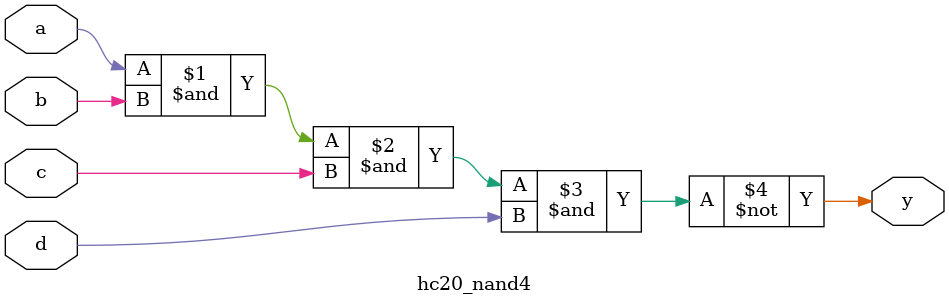
<source format=v>
`timescale 1ns/1ps
module hc20_nand4(input a, input b, input c, input d, output y);
    `ifndef HC_TPD
    `define HC_TPD 0.001   // 1 ps: break zero-delay loops
    `endif
    assign #`HC_TPD y = ~(a & b & c & d);
endmodule
</source>
